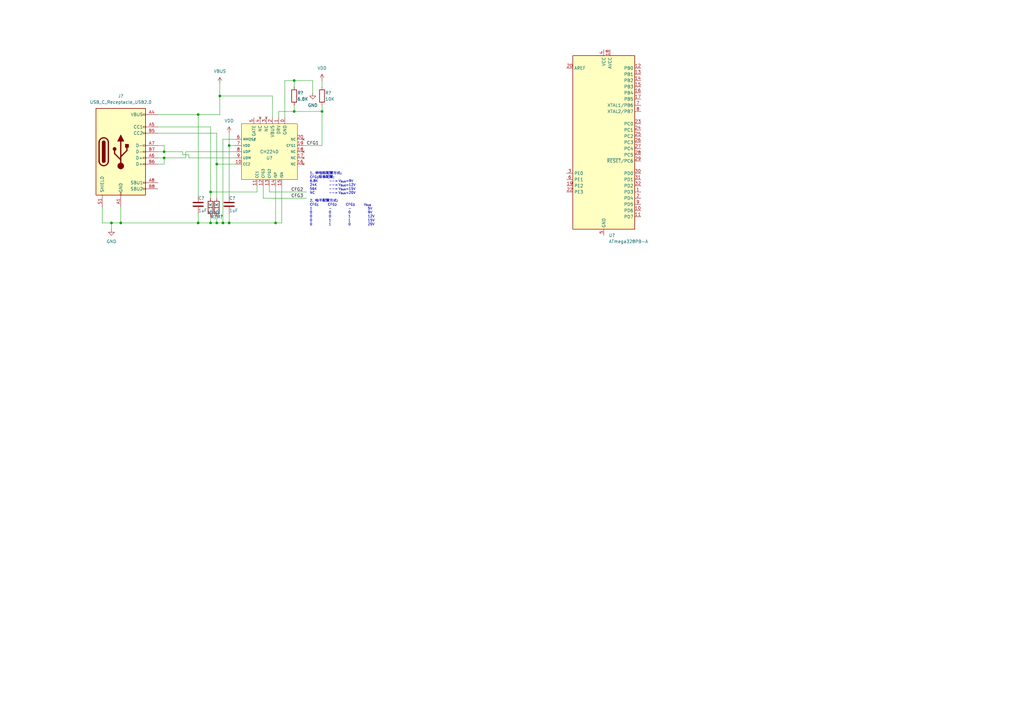
<source format=kicad_sch>
(kicad_sch (version 20211123) (generator eeschema)
  (paper "A3")
  (title_block (title "SoleringStation") (date "2022-07-11") (company "TurboStudio") (comment 1 "https://turbostudio.xyz") (comment 2 "made by cubeline"))
  (lib_symbols
    (symbol "Connector:USB_C_Receptacle_USB2.0" (pin_names (offset 1.016))
      (property "Reference" "J" (at -10.16 19.05 0))
      (property "Value" "USB_C_Receptacle_USB2.0" (at 19.05 19.05 0))
      (symbol "USB_C_Receptacle_USB2.0_0_0"
        (rectangle (start -0.254 -17.78) (end 0.254 -16.764))
        (rectangle (start 10.16 -14.986) (end 9.144 -15.494))
        (rectangle (start 10.16 -12.446) (end 9.144 -12.954))
        (rectangle (start 10.16 -4.826) (end 9.144 -5.334))
        (rectangle (start 10.16 -2.286) (end 9.144 -2.794))
        (rectangle (start 10.16 0.254) (end 9.144 -0.254))
        (rectangle (start 10.16 2.794) (end 9.144 2.286))
        (rectangle (start 10.16 7.874) (end 9.144 7.366))
        (rectangle (start 10.16 10.414) (end 9.144 9.906))
        (rectangle (start 10.16 15.494) (end 9.144 14.986))
      )
      (symbol "USB_C_Receptacle_USB2.0_0_1"
        (rectangle (start -10.16 17.78) (end 10.16 -17.78) (stroke (width 0.254)) (fill (type background)))
        (arc (start -8.89 -3.81) (mid -6.985 -5.715) (end -5.08 -3.81) (stroke (width 0.508)))
        (arc (start -7.62 -3.81) (mid -6.985 -4.445) (end -6.35 -3.81) (stroke (width 0.254)))
        (arc (start -7.62 -3.81) (mid -6.985 -4.445) (end -6.35 -3.81) (stroke (width 0.254)) (fill (type outline)))
        (rectangle (start -7.62 -3.81) (end -6.35 3.81) (stroke (width 0.254)) (fill (type outline)))
        (arc (start -6.35 3.81) (mid -6.985 4.445) (end -7.62 3.81) (stroke (width 0.254)))
        (arc (start -6.35 3.81) (mid -6.985 4.445) (end -7.62 3.81) (stroke (width 0.254)) (fill (type outline)))
        (arc (start -5.08 3.81) (mid -6.985 5.715) (end -8.89 3.81) (stroke (width 0.508)))
        (circle (center -2.54 1.143) (radius 0.635) (stroke (width 0.254)) (fill (type outline)))
        (circle (center 0 -5.842) (radius 1.27) (fill (type outline)))
        (polyline (pts (xy -8.89 -3.81) (xy -8.89 3.81)) (stroke (width 0.508)))
        (polyline (pts (xy -5.08 3.81) (xy -5.08 -3.81)) (stroke (width 0.508)))
        (polyline (pts (xy 0 -5.842) (xy 0 4.318)) (stroke (width 0.508)))
        (polyline (pts (xy 0 -3.302) (xy -2.54 -0.762) (xy -2.54 0.508)) (stroke (width 0.508)))
        (polyline (pts (xy 0 -2.032) (xy 2.54 0.508) (xy 2.54 1.778)) (stroke (width 0.508)))
        (polyline (pts (xy -1.27 4.318) (xy 0 6.858) (xy 1.27 4.318) (xy -1.27 4.318)) (stroke (width 0.254)) (fill (type outline)))
        (rectangle (start 1.905 1.778) (end 3.175 3.048) (stroke (width 0.254)) (fill (type outline)))
      )
      (symbol "USB_C_Receptacle_USB2.0_1_1"
        (pin passive line (at 0 -22.86 90) (length 5.08) (name "GND") (number "A1"))
        (pin passive line (at 0 -22.86 90) (length 5.08) hide (name "GND") (number "A12"))
        (pin passive line (at 15.24 15.24 180) (length 5.08) (name "VBUS") (number "A4"))
        (pin bidirectional line (at 15.24 10.16 180) (length 5.08) (name "CC1") (number "A5"))
        (pin bidirectional line (at 15.24 -2.54 180) (length 5.08) (name "D+") (number "A6"))
        (pin bidirectional line (at 15.24 2.54 180) (length 5.08) (name "D-") (number "A7"))
        (pin bidirectional line (at 15.24 -12.7 180) (length 5.08) (name "SBU1") (number "A8"))
        (pin passive line (at 15.24 15.24 180) (length 5.08) hide (name "VBUS") (number "A9"))
        (pin passive line (at 0 -22.86 90) (length 5.08) hide (name "GND") (number "B1"))
        (pin passive line (at 0 -22.86 90) (length 5.08) hide (name "GND") (number "B12"))
        (pin passive line (at 15.24 15.24 180) (length 5.08) hide (name "VBUS") (number "B4"))
        (pin bidirectional line (at 15.24 7.62 180) (length 5.08) (name "CC2") (number "B5"))
        (pin bidirectional line (at 15.24 -5.08 180) (length 5.08) (name "D+") (number "B6"))
        (pin bidirectional line (at 15.24 0 180) (length 5.08) (name "D-") (number "B7"))
        (pin bidirectional line (at 15.24 -15.24 180) (length 5.08) (name "SBU2") (number "B8"))
        (pin passive line (at 15.24 15.24 180) (length 5.08) hide (name "VBUS") (number "B9"))
        (pin passive line (at -7.62 -22.86 90) (length 5.08) (name "SHIELD") (number "S1"))
      )
    )
    (symbol "Device:C" (pin_numbers hide) (pin_names (offset 0.254))
      (property "Reference" "C" (at 0.635 2.54 0))
      (property "Value" "C" (at 0.635 -2.54 0))
      (symbol "C_0_1"
        (polyline (pts (xy -2.032 -0.762) (xy 2.032 -0.762)) (stroke (width 0.508)))
        (polyline (pts (xy -2.032 0.762) (xy 2.032 0.762)) (stroke (width 0.508)))
      )
      (symbol "C_1_1"
        (pin passive line (at 0 3.81 270) (length 2.794) (name "~") (number "1"))
        (pin passive line (at 0 -3.81 90) (length 2.794) (name "~") (number "2"))
      )
    )
    (symbol "Device:R" (pin_numbers hide) (pin_names (offset 0))
      (property "Reference" "R" (at 2.032 0 90))
      (property "Value" "R" (at 0 0 90))
      (symbol "R_0_1"
        (rectangle (start -1.016 -2.54) (end 1.016 2.54) (stroke (width 0.254)))
      )
      (symbol "R_1_1"
        (pin passive line (at 0 3.81 270) (length 1.27) (name "~") (number "1"))
        (pin passive line (at 0 -3.81 90) (length 1.27) (name "~") (number "2"))
      )
    )
    (symbol "MCU_Microchip_ATmega:ATmega328PB-A"
      (property "Reference" "U" (at -12.7 36.83 0))
      (property "Value" "ATmega328PB-A" (at 2.54 -36.83 0))
      (symbol "ATmega328PB-A_0_1"
        (rectangle (start -12.7 -35.56) (end 12.7 35.56) (stroke (width 0.254)) (fill (type background)))
      )
      (symbol "ATmega328PB-A_1_1"
        (pin bidirectional line (at 15.24 -20.32 180) (length 2.54) (name "PD3") (number "1"))
        (pin bidirectional line (at 15.24 -27.94 180) (length 2.54) (name "PD6") (number "10"))
        (pin bidirectional line (at 15.24 -30.48 180) (length 2.54) (name "PD7") (number "11"))
        (pin bidirectional line (at 15.24 30.48 180) (length 2.54) (name "PB0") (number "12"))
        (pin bidirectional line (at 15.24 27.94 180) (length 2.54) (name "PB1") (number "13"))
        (pin bidirectional line (at 15.24 25.4 180) (length 2.54) (name "PB2") (number "14"))
        (pin bidirectional line (at 15.24 22.86 180) (length 2.54) (name "PB3") (number "15"))
        (pin bidirectional line (at 15.24 20.32 180) (length 2.54) (name "PB4") (number "16"))
        (pin bidirectional line (at 15.24 17.78 180) (length 2.54) (name "PB5") (number "17"))
        (pin power_in line (at 2.54 38.1 270) (length 2.54) (name "AVCC") (number "18"))
        (pin bidirectional line (at -15.24 -17.78 0) (length 2.54) (name "PE2") (number "19"))
        (pin bidirectional line (at 15.24 -22.86 180) (length 2.54) (name "PD4") (number "2"))
        (pin passive line (at -15.24 30.48 0) (length 2.54) (name "AREF") (number "20"))
        (pin passive line (at 0 -38.1 90) (length 2.54) hide (name "GND") (number "21"))
        (pin bidirectional line (at -15.24 -20.32 0) (length 2.54) (name "PE3") (number "22"))
        (pin bidirectional line (at 15.24 7.62 180) (length 2.54) (name "PC0") (number "23"))
        (pin bidirectional line (at 15.24 5.08 180) (length 2.54) (name "PC1") (number "24"))
        (pin bidirectional line (at 15.24 2.54 180) (length 2.54) (name "PC2") (number "25"))
        (pin bidirectional line (at 15.24 0 180) (length 2.54) (name "PC3") (number "26"))
        (pin bidirectional line (at 15.24 -2.54 180) (length 2.54) (name "PC4") (number "27"))
        (pin bidirectional line (at 15.24 -5.08 180) (length 2.54) (name "PC5") (number "28"))
        (pin bidirectional line (at 15.24 -7.62 180) (length 2.54) (name "~{RESET}/PC6") (number "29"))
        (pin bidirectional line (at -15.24 -12.7 0) (length 2.54) (name "PE0") (number "3"))
        (pin bidirectional line (at 15.24 -12.7 180) (length 2.54) (name "PD0") (number "30"))
        (pin bidirectional line (at 15.24 -15.24 180) (length 2.54) (name "PD1") (number "31"))
        (pin bidirectional line (at 15.24 -17.78 180) (length 2.54) (name "PD2") (number "32"))
        (pin power_in line (at 0 38.1 270) (length 2.54) (name "VCC") (number "4"))
        (pin power_in line (at 0 -38.1 90) (length 2.54) (name "GND") (number "5"))
        (pin bidirectional line (at -15.24 -15.24 0) (length 2.54) (name "PE1") (number "6"))
        (pin bidirectional line (at 15.24 15.24 180) (length 2.54) (name "XTAL1/PB6") (number "7"))
        (pin bidirectional line (at 15.24 12.7 180) (length 2.54) (name "XTAL2/PB7") (number "8"))
        (pin bidirectional line (at 15.24 -25.4 180) (length 2.54) (name "PD5") (number "9"))
      )
    )
    (symbol "My_Library:CH224D"
      (property "Reference" "U" (at 0 -1.27 0))
      (property "Value" "CH224D" (at 0 1.27 0))
      (symbol "CH224D_0_1"
        (rectangle (start -11.43 11.43) (end 11.43 -11.43) (fill (type background)))
      )
      (symbol "CH224D_1_1"
        (pin power_in line (at -13.97 6.35 0) (length 2.54) (name "GND") (number "0"))
        (pin bidirectional line (at -13.97 3.81 0) (length 2.54) (name "DRV") (number "1"))
        (pin bidirectional line (at 5.08 -13.97 90) (length 2.54) (name "CC2") (number "10"))
        (pin bidirectional line (at 13.97 -5.08 180) (length 2.54) (name "CC1") (number "11"))
        (pin bidirectional line (at 13.97 -2.54 180) (length 2.54) (name "CFG3") (number "12"))
        (pin bidirectional line (at 13.97 0 180) (length 2.54) (name "CFG2") (number "13"))
        (pin bidirectional line (at 13.97 2.54 180) (length 2.54) (name "ISP") (number "14"))
        (pin bidirectional line (at 13.97 5.08 180) (length 2.54) (name "ISN") (number "15"))
        (pin no_connect line (at 5.08 13.97 270) (length 2.54) (name "NC") (number "16"))
        (pin no_connect line (at 2.54 13.97 270) (length 2.54) (name "NC") (number "17"))
        (pin no_connect line (at 0 13.97 270) (length 2.54) (name "NC") (number "18"))
        (pin bidirectional line (at -2.54 13.97 270) (length 2.54) (name "CFG1") (number "19"))
        (pin power_in line (at -13.97 1.27 0) (length 2.54) (name "VBUS") (number "2"))
        (pin no_connect line (at -5.08 13.97 270) (length 2.54) (name "NC") (number "20"))
        (pin no_connect line (at -13.97 -1.27 0) (length 2.54) (name "NC") (number "3"))
        (pin no_connect line (at -13.97 -3.81 0) (length 2.54) (name "NC") (number "4"))
        (pin bidirectional line (at -13.97 -6.35 0) (length 2.54) (name "GATE") (number "5"))
        (pin bidirectional line (at -5.08 -13.97 90) (length 2.54) (name "MMOS#") (number "6"))
        (pin power_out line (at -2.54 -13.97 90) (length 2.54) (name "VDD") (number "7"))
        (pin bidirectional line (at 0 -13.97 90) (length 2.54) (name "UDP") (number "8"))
        (pin bidirectional line (at 2.54 -13.97 90) (length 2.54) (name "UDM") (number "9"))
      )
    )
    (symbol "power:GND" (power) (pin_names (offset 0))
      (property "Value" "GND" (at 0 -3.81 0))
      (symbol "GND_0_1"
        (polyline (pts (xy 0 0) (xy 0 -1.27) (xy 1.27 -1.27) (xy 0 -2.54) (xy -1.27 -1.27) (xy 0 -1.27)))
      )
      (symbol "GND_1_1"
        (pin power_in line (at 0 0 270) (length 0) hide (name "GND") (number "1"))
      )
    )
    (symbol "power:VBUS" (power) (pin_names (offset 0))
      (property "Value" "VBUS" (at 0 3.81 0))
      (symbol "VBUS_0_1"
        (polyline (pts (xy -0.762 1.27) (xy 0 2.54)))
        (polyline (pts (xy 0 0) (xy 0 2.54)))
        (polyline (pts (xy 0 2.54) (xy 0.762 1.27)))
      )
      (symbol "VBUS_1_1"
        (pin power_in line (at 0 0 90) (length 0) hide (name "VBUS") (number "1"))
      )
    )
    (symbol "power:VDD" (power) (pin_names (offset 0))
      (property "Value" "VDD" (at 0 3.81 0))
      (symbol "VDD_0_1"
        (polyline (pts (xy -0.762 1.27) (xy 0 2.54)))
        (polyline (pts (xy 0 0) (xy 0 2.54)))
        (polyline (pts (xy 0 2.54) (xy 0.762 1.27)))
      )
      (symbol "VDD_1_1"
        (pin power_in line (at 0 0 90) (length 0) hide (name "VDD") (number "1"))
      )
    )
  )
  (junction (at 49.53 91.44))
  (junction (at 45.72 91.44))
  (junction (at 120.65 33.02))
  (junction (at 86.36 78.74))
  (junction (at 67.31 62.23))
  (junction (at 88.9 67.31))
  (junction (at 91.44 91.44))
  (junction (at 81.28 91.44))
  (junction (at 88.9 91.44))
  (junction (at 93.98 59.69))
  (junction (at 86.36 91.44))
  (junction (at 120.65 45.72))
  (junction (at 67.31 64.77))
  (junction (at 81.28 46.99))
  (junction (at 90.17 39.37))
  (junction (at 132.08 45.72))
  (junction (at 93.98 91.44))
  (junction (at 113.03 91.44))
  (wire (pts (xy 128.27 33.02) (xy 128.27 38.1)))
  (wire (pts (xy 120.65 45.72) (xy 132.08 45.72)))
  (wire (pts (xy 67.31 64.77) (xy 76.2 64.77)))
  (wire (pts (xy 120.65 33.02) (xy 128.27 33.02)))
  (wire (pts (xy 64.77 67.31) (xy 67.31 67.31)))
  (wire (pts (xy 74.93 63.5) (xy 77.47 63.5)))
  (wire (pts (xy 88.9 88.9) (xy 88.9 91.44)))
  (wire (pts (xy 67.31 64.77) (xy 67.31 67.31)))
  (wire (pts (xy 96.52 59.69) (xy 93.98 59.69)))
  (wire (pts (xy 93.98 54.61) (xy 93.98 59.69)))
  (wire (pts (xy 120.65 33.02) (xy 120.65 35.56)))
  (wire (pts (xy 115.57 76.2) (xy 115.57 91.44)))
  (wire (pts (xy 105.41 78.74) (xy 105.41 76.2)))
  (wire (pts (xy 111.76 39.37) (xy 111.76 48.26)))
  (wire (pts (xy 114.3 45.72) (xy 120.65 45.72)))
  (wire (pts (xy 93.98 59.69) (xy 93.98 80.01)))
  (wire (pts (xy 74.93 62.23) (xy 74.93 63.5)))
  (wire (pts (xy 77.47 64.77) (xy 96.52 64.77)))
  (wire (pts (xy 67.31 64.77) (xy 64.77 64.77)))
  (wire (pts (xy 114.3 48.26) (xy 114.3 45.72)))
  (wire (pts (xy 96.52 57.15) (xy 91.44 57.15)))
  (wire (pts (xy 88.9 91.44) (xy 86.36 91.44)))
  (wire (pts (xy 132.08 59.69) (xy 124.46 59.69)))
  (wire (pts (xy 86.36 91.44) (xy 81.28 91.44)))
  (wire (pts (xy 86.36 78.74) (xy 86.36 81.28)))
  (wire (pts (xy 110.49 76.2) (xy 110.49 78.74)))
  (wire (pts (xy 88.9 67.31) (xy 88.9 81.28)))
  (wire (pts (xy 41.91 91.44) (xy 45.72 91.44)))
  (wire (pts (xy 91.44 57.15) (xy 91.44 91.44)))
  (wire (pts (xy 49.53 91.44) (xy 49.53 85.09)))
  (wire (pts (xy 45.72 91.44) (xy 49.53 91.44)))
  (wire (pts (xy 113.03 91.44) (xy 115.57 91.44)))
  (wire (pts (xy 67.31 59.69) (xy 67.31 62.23)))
  (wire (pts (xy 81.28 87.63) (xy 81.28 91.44)))
  (wire (pts (xy 90.17 34.29) (xy 90.17 39.37)))
  (wire (pts (xy 93.98 91.44) (xy 91.44 91.44)))
  (wire (pts (xy 64.77 62.23) (xy 67.31 62.23)))
  (wire (pts (xy 64.77 52.07) (xy 86.36 52.07)))
  (wire (pts (xy 91.44 91.44) (xy 88.9 91.44)))
  (wire (pts (xy 86.36 78.74) (xy 105.41 78.74)))
  (wire (pts (xy 132.08 43.18) (xy 132.08 45.72)))
  (wire (pts (xy 90.17 46.99) (xy 90.17 39.37)))
  (wire (pts (xy 81.28 91.44) (xy 49.53 91.44)))
  (wire (pts (xy 76.2 64.77) (xy 76.2 62.23)))
  (wire (pts (xy 41.91 85.09) (xy 41.91 91.44)))
  (wire (pts (xy 90.17 39.37) (xy 111.76 39.37)))
  (wire (pts (xy 86.36 88.9) (xy 86.36 91.44)))
  (wire (pts (xy 76.2 62.23) (xy 96.52 62.23)))
  (wire (pts (xy 132.08 33.02) (xy 132.08 35.56)))
  (wire (pts (xy 64.77 46.99) (xy 81.28 46.99)))
  (wire (pts (xy 116.84 33.02) (xy 120.65 33.02)))
  (wire (pts (xy 93.98 87.63) (xy 93.98 91.44)))
  (wire (pts (xy 120.65 43.18) (xy 120.65 45.72)))
  (wire (pts (xy 116.84 48.26) (xy 116.84 33.02)))
  (wire (pts (xy 113.03 76.2) (xy 113.03 91.44)))
  (wire (pts (xy 45.72 91.44) (xy 45.72 93.98)))
  (wire (pts (xy 67.31 62.23) (xy 74.93 62.23)))
  (wire (pts (xy 107.95 76.2) (xy 107.95 81.28)))
  (wire (pts (xy 64.77 54.61) (xy 88.9 54.61)))
  (wire (pts (xy 77.47 63.5) (xy 77.47 64.77)))
  (wire (pts (xy 81.28 46.99) (xy 81.28 80.01)))
  (wire (pts (xy 107.95 81.28) (xy 125.73 81.28)))
  (wire (pts (xy 88.9 67.31) (xy 96.52 67.31)))
  (wire (pts (xy 86.36 52.07) (xy 86.36 78.74)))
  (wire (pts (xy 132.08 45.72) (xy 132.08 59.69)))
  (wire (pts (xy 110.49 78.74) (xy 125.73 78.74)))
  (wire (pts (xy 113.03 91.44) (xy 93.98 91.44)))
  (wire (pts (xy 81.28 46.99) (xy 90.17 46.99)))
  (wire (pts (xy 88.9 54.61) (xy 88.9 67.31)))
  (wire (pts (xy 64.77 59.69) (xy 67.31 59.69)))
  (text "1. 单电阻配置方式:\nCFG_{1}阻值配置:\n6.8K	-->	V_{bus}=9V\n24K		-->	V_{bus}=12V\n56K		-->	V_{bus}=15V\nNC		-->	V_{bus}=20V\n\n2. 电平配置方式:\nCFG_{1}	CFG_{2}	CFG_{3}	V_{bus}\n1		-		-		5V\n0		0		0		9V\n0		0		1		12V\n0		1		1		15V\n0		1		0		20V\n" (at 127 92.71 0) (effects (font (size 1 1)) (justify left bottom)))
  (label "CFG2" (at 119.38 78.74 0))
  (label "CFG3" (at 119.38 81.28 0))
  (label "CFG1" (at 125.73 59.69 0))
  (symbol (lib_id "power:VBUS") (at 90.17 34.29 0) (unit 1)
    (property "Reference" "#PWR?" (effects hide))
    (property "Value" "VBUS" (at 90.17 29.21 0))
  )
  (symbol (lib_id "Device:R") (at 88.9 85.09 0) (unit 1)
    (property "Reference" "R?" (at 88.9 88.9 0) (effects (justify left)))
    (property "Value" "5.1K" (at 88.9 87.63 90) (effects (justify left)))
  )
  (symbol (lib_id "My_Library:CH224D") (at 110.49 62.23 270) (unit 1)
    (property "Reference" "U?" (at 110.49 64.77 90))
    (property "Value" "CH224D" (at 110.49 62.23 90))
    (property "Footprint" "Package_DFN_QFN:QFN-20-1EP_3x3mm_P0.4mm_EP1.65x1.65mm_ThermalVias" (effects hide))
    (property "Datasheet" "https://www.wch.cn/products/CH224.html" (effects hide))
  )
  (symbol (lib_id "power:GND") (at 128.27 38.1 0) (unit 1)
    (property "Reference" "#PWR?" (effects hide))
    (property "Value" "GND" (at 128.27 43.18 0))
  )
  (symbol (lib_id "Device:R") (at 120.65 39.37 0) (unit 1)
    (property "Reference" "R?" (at 121.92 38.1 0) (effects (justify left)))
    (property "Value" "6.8K" (at 121.92 40.64 0) (effects (justify left)))
  )
  (symbol (lib_id "Device:C") (at 81.28 83.82 0) (unit 1)
    (property "Reference" "C?" (at 81.28 81.28 0) (effects (justify left)))
    (property "Value" "1uF" (at 81.28 86.36 0) (effects (justify left)))
  )
  (symbol (lib_id "Device:R") (at 86.36 85.09 0) (unit 1)
    (property "Reference" "R?" (at 86.36 88.9 0) (effects (justify left)))
    (property "Value" "5.1K" (at 86.36 87.63 90) (effects (justify left)))
  )
  (symbol (lib_id "Device:R") (at 132.08 39.37 0) (unit 1)
    (property "Reference" "R?" (at 133.35 38.1 0) (effects (justify left)))
    (property "Value" "10K" (at 133.35 40.64 0) (effects (justify left)))
  )
  (symbol (lib_id "power:VDD") (at 132.08 33.02 0) (unit 1)
    (property "Reference" "#PWR?" (effects hide))
    (property "Value" "VDD" (at 132.08 27.94 0))
  )
  (symbol (lib_id "power:VDD") (at 93.98 54.61 0) (unit 1)
    (property "Reference" "#PWR?" (effects hide))
    (property "Value" "VDD" (at 93.98 49.53 0))
  )
  (symbol (lib_id "MCU_Microchip_ATmega:ATmega328PB-A") (at 247.65 58.42 0) (unit 1)
    (property "Reference" "U?" (at 249.6694 96.52 0) (effects (justify left)))
    (property "Value" "ATmega328PB-A" (at 249.6694 99.06 0) (effects (justify left)))
    (property "Footprint" "Package_QFP:TQFP-32_7x7mm_P0.8mm" (effects hide))
    (property "Datasheet" "http://ww1.microchip.com/downloads/en/DeviceDoc/40001906C.pdf" (effects hide))
  )
  (symbol (lib_id "Device:C") (at 93.98 83.82 0) (unit 1)
    (property "Reference" "C?" (at 93.98 81.28 0) (effects (justify left)))
    (property "Value" "1uF" (at 93.98 86.36 0) (effects (justify left)))
  )
  (symbol (lib_id "power:GND") (at 45.72 93.98 0) (unit 1)
    (property "Reference" "#PWR?" (effects hide))
    (property "Value" "GND" (at 45.72 99.06 0))
  )
  (symbol (lib_id "Connector:USB_C_Receptacle_USB2.0") (at 49.53 62.23 0) (unit 1)
    (property "Reference" "J?" (at 49.53 39.37 0))
    (property "Value" "USB_C_Receptacle_USB2.0" (at 49.53 41.91 0))
    (property "Datasheet" "https://www.usb.org/sites/default/files/documents/usb_type-c.zip" (effects hide))
  )
)
</source>
